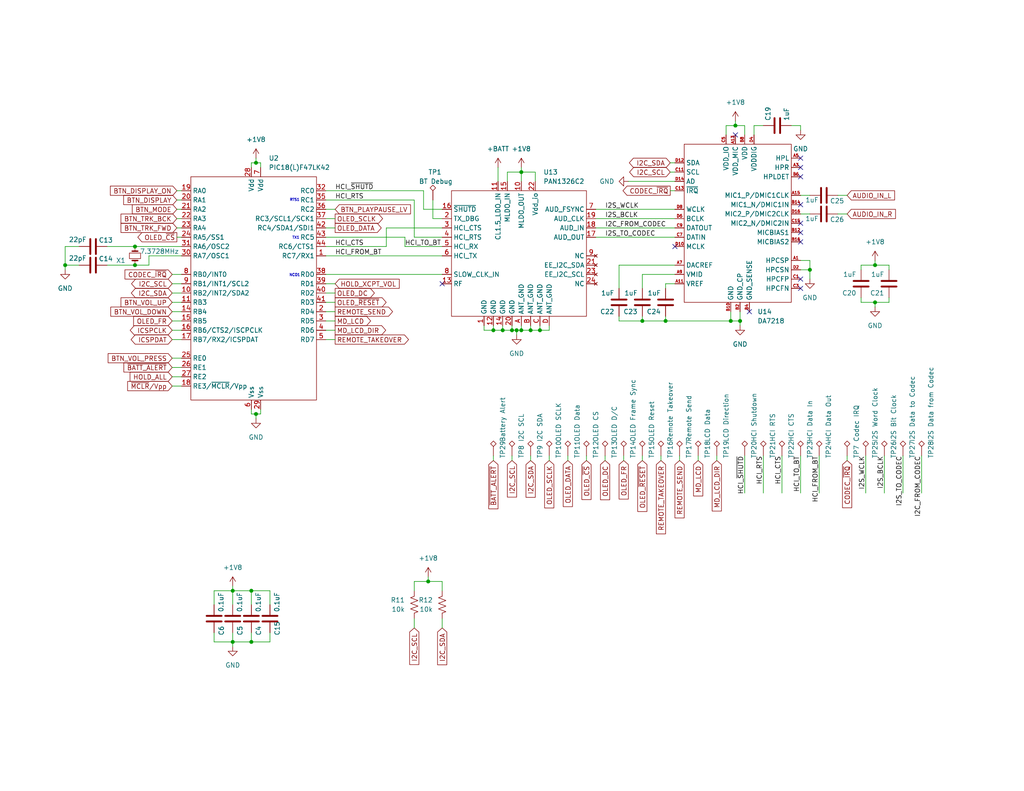
<source format=kicad_sch>
(kicad_sch (version 20230121) (generator eeschema)
  (paper "USLetter")
  (lib_symbols
    (symbol "Connector:TestPoint_Alt" (pin_numbers hide) (pin_names (offset 0.762) hide)
      (property "Reference" "TP" (at 0 6.858 0))
      (property "Value" "TestPoint_Alt" (at 0 5.08 0))
      (symbol "TestPoint_Alt_0_1"
        (polyline (pts (xy 0 2.54) (xy -0.762 3.302) (xy 0 4.064) (xy 0.762 3.302) (xy 0 2.54)))
      )
      (symbol "TestPoint_Alt_1_1"
        (pin passive line (at 0 0 90) (length 2.54) (name "1") (number "1"))
      )
    )
    (symbol "Device:C" (pin_numbers hide) (pin_names (offset 0.254))
      (property "Reference" "C" (at 0.635 2.54 0))
      (property "Value" "C" (at 0.635 -2.54 0))
      (symbol "C_0_1"
        (polyline (pts (xy -2.032 -0.762) (xy 2.032 -0.762)) (stroke (width 0.508)))
        (polyline (pts (xy -2.032 0.762) (xy 2.032 0.762)) (stroke (width 0.508)))
      )
      (symbol "C_1_1"
        (pin passive line (at 0 3.81 270) (length 2.794) (name "~") (number "1"))
        (pin passive line (at 0 -3.81 90) (length 2.794) (name "~") (number "2"))
      )
    )
    (symbol "Device:Crystal_Small" (pin_numbers hide) (pin_names (offset 1.016) hide)
      (property "Reference" "Y" (at 0 2.54 0))
      (property "Value" "Crystal_Small" (at 0 -2.54 0))
      (symbol "Crystal_Small_0_1"
        (rectangle (start -0.762 -1.524) (end 0.762 1.524))
        (polyline (pts (xy -1.27 -0.762) (xy -1.27 0.762)) (stroke (width 0.381)))
        (polyline (pts (xy 1.27 -0.762) (xy 1.27 0.762)) (stroke (width 0.381)))
      )
      (symbol "Crystal_Small_1_1"
        (pin passive line (at -2.54 0 0) (length 1.27) (name "1") (number "1"))
        (pin passive line (at 2.54 0 180) (length 1.27) (name "2") (number "2"))
      )
    )
    (symbol "Device:R_US" (pin_numbers hide) (pin_names (offset 0))
      (property "Reference" "R" (at 2.54 0 90))
      (property "Value" "R_US" (at -2.54 0 90))
      (symbol "R_US_0_1"
        (polyline (pts (xy 0 -2.286) (xy 0 -2.54)))
        (polyline (pts (xy 0 2.286) (xy 0 2.54)))
        (polyline (pts (xy 0 -0.762) (xy 1.016 -1.143) (xy 0 -1.524) (xy -1.016 -1.905) (xy 0 -2.286)))
        (polyline (pts (xy 0 0.762) (xy 1.016 0.381) (xy 0 0) (xy -1.016 -0.381) (xy 0 -0.762)))
        (polyline (pts (xy 0 2.286) (xy 1.016 1.905) (xy 0 1.524) (xy -1.016 1.143) (xy 0 0.762)))
      )
      (symbol "R_US_1_1"
        (pin passive line (at 0 3.81 270) (length 1.27) (name "~") (number "1"))
        (pin passive line (at 0 -3.81 90) (length 1.27) (name "~") (number "2"))
      )
    )
    (symbol "md-bt-remote:DA7218"
      (property "Reference" "U" (at -13.97 21.59 0))
      (property "Value" "DA7218" (at 10.16 21.59 0))
      (symbol "DA7218_0_1"
        (rectangle (start -15.24 20.32) (end 13.97 -22.86))
      )
      (symbol "DA7218_1_1"
        (pin bidirectional line (at 16.51 -11.43 180) (length 2.54) (name "HPCSP") (number "A1"))
        (pin power_out line (at -17.78 -17.78 0) (length 2.54) (name "VREF") (number "A11"))
        (pin power_in line (at -1.27 22.86 270) (length 2.54) (name "VDD_MIC") (number "A13"))
        (pin bidirectional line (at 16.51 6.35 180) (length 2.54) (name "MIC1_P/DMIC1CLK") (number "A15"))
        (pin output line (at 16.51 13.97 180) (length 2.54) (name "HPR") (number "A3"))
        (pin output line (at 16.51 16.51 180) (length 2.54) (name "HPL") (number "A5"))
        (pin power_out line (at -17.78 -12.7 0) (length 2.54) (name "DACREF") (number "A7"))
        (pin power_out line (at -17.78 -15.24 0) (length 2.54) (name "VMID") (number "A9"))
        (pin power_in line (at -2.54 -25.4 90) (length 2.54) (name "GND") (number "B10"))
        (pin output line (at 16.51 -3.81 180) (length 2.54) (name "MICBIAS1") (number "B12"))
        (pin bidirectional line (at 16.51 3.81 180) (length 2.54) (name "MIC1_N/DMIC1IN") (number "B14"))
        (pin output line (at 16.51 -6.35 180) (length 2.54) (name "MICBIAS2") (number "B16"))
        (pin power_in line (at 0 -25.4 90) (length 2.54) (name "GND_CP") (number "B2"))
        (pin input line (at 2.54 -25.4 90) (length 2.54) (name "GND_SENSE") (number "B4"))
        (pin input line (at 16.51 11.43 180) (length 2.54) (name "HPLDET") (number "B6"))
        (pin power_in line (at 1.27 22.86 270) (length 2.54) (name "VDD") (number "B8"))
        (pin bidirectional line (at 16.51 -16.51 180) (length 2.54) (name "HPCFP") (number "C1"))
        (pin bidirectional line (at -17.78 12.7 0) (length 2.54) (name "SCL") (number "C11"))
        (pin open_collector line (at -17.78 7.62 0) (length 2.54) (name "~{IRQ}") (number "C13"))
        (pin bidirectional line (at 16.51 -1.27 180) (length 2.54) (name "MIC2_N/DMIC2IN") (number "C15"))
        (pin bidirectional line (at 16.51 -19.05 180) (length 2.54) (name "HPCFN") (number "C3"))
        (pin power_in line (at -3.81 22.86 270) (length 2.54) (name "VDD_IO") (number "C5"))
        (pin input line (at -17.78 -5.08 0) (length 2.54) (name "DATIN") (number "C7"))
        (pin output line (at -17.78 -2.54 0) (length 2.54) (name "DATOUT") (number "C9"))
        (pin input line (at -17.78 -7.62 0) (length 2.54) (name "MCLK") (number "D10"))
        (pin bidirectional line (at -17.78 15.24 0) (length 2.54) (name "SDA") (number "D12"))
        (pin input line (at -17.78 10.16 0) (length 2.54) (name "AD") (number "D14"))
        (pin bidirectional line (at 16.51 1.27 180) (length 2.54) (name "MIC2_P/DMIC2CLK") (number "D16"))
        (pin bidirectional line (at 16.51 -13.97 180) (length 2.54) (name "HPCSN") (number "D2"))
        (pin power_out line (at 3.81 22.86 270) (length 2.54) (name "VDDDIG") (number "D4"))
        (pin bidirectional line (at -17.78 0 0) (length 2.54) (name "BCLK") (number "D6"))
        (pin bidirectional line (at -17.78 2.54 0) (length 2.54) (name "WCLK") (number "D8"))
      )
    )
    (symbol "md-bt-remote:PANASONIC-PAN1326C2"
      (property "Reference" "U" (at 0.2395 10.0974 0))
      (property "Value" "PAN1326C2" (at 5.08 7.62 0))
      (symbol "PANASONIC-PAN1326C2_0_1"
        (rectangle (start 2.54 5.08) (end 39.37 -29.21))
      )
      (symbol "PANASONIC-PAN1326C2_1_1"
        (pin power_in line (at 11.43 -31.75 90) (length 2.54) (name "GND") (number "1"))
        (pin power_out line (at 21.59 7.62 270) (length 2.54) (name "MLDO_OUT") (number "10"))
        (pin power_in line (at 15.24 7.62 270) (length 2.54) (name "CL1.5_LDO_IN") (number "11"))
        (pin power_in line (at 13.97 -31.75 90) (length 2.54) (name "GND") (number "12"))
        (pin bidirectional line (at 0 -20.32 0) (length 2.54) (name "RF") (number "13"))
        (pin power_in line (at 16.51 -31.75 90) (length 2.54) (name "GND") (number "14"))
        (pin power_in line (at 17.78 7.62 270) (length 2.54) (name "MLDO_IN") (number "15"))
        (pin input line (at 0 0 0) (length 2.54) (name "~{SHUTD}") (number "16"))
        (pin output line (at 41.91 -7.62 180) (length 2.54) (name "AUD_OUT") (number "17"))
        (pin input line (at 41.91 -5.08 180) (length 2.54) (name "AUD_IN") (number "18"))
        (pin bidirectional line (at 41.91 -2.54 180) (length 2.54) (name "AUD_CLK") (number "19"))
        (pin output line (at 0 -2.54 0) (length 2.54) (name "TX_DBG") (number "2"))
        (pin power_in line (at 19.05 -31.75 90) (length 2.54) (name "GND") (number "20"))
        (pin no_connect line (at 41.91 -15.24 180) (length 2.54) (name "EE_I2C_SDA") (number "21"))
        (pin power_in line (at 25.4 7.62 270) (length 2.54) (name "Vdd_io") (number "22"))
        (pin no_connect line (at 41.91 -17.78 180) (length 2.54) (name "EE_I2C_SCL") (number "23"))
        (pin no_connect line (at 41.91 -20.32 180) (length 2.54) (name "NC") (number "24"))
        (pin input line (at 0 -5.08 0) (length 2.54) (name "HCI_CTS") (number "3"))
        (pin output line (at 0 -7.62 0) (length 2.54) (name "HCI_RTS") (number "4"))
        (pin input line (at 0 -10.16 0) (length 2.54) (name "HCI_RX") (number "5"))
        (pin output line (at 0 -12.7 0) (length 2.54) (name "HCI_TX") (number "6"))
        (pin bidirectional line (at 41.91 0 180) (length 2.54) (name "AUD_FSYNC") (number "7"))
        (pin input line (at 0 -17.78 0) (length 2.54) (name "SLOW_CLK_IN") (number "8"))
        (pin no_connect line (at 41.91 -12.7 180) (length 2.54) (name "NC") (number "9"))
        (pin power_in line (at 21.59 -31.75 90) (length 2.54) (name "ANT_GND") (number "A"))
        (pin power_in line (at 24.13 -31.75 90) (length 2.54) (name "ANT_GND") (number "B"))
        (pin power_in line (at 26.67 -31.75 90) (length 2.54) (name "ANT_GND") (number "C"))
        (pin power_in line (at 29.21 -31.75 90) (length 2.54) (name "ANT_GND") (number "D"))
      )
    )
    (symbol "md-bt-remote:PIC18(L)F47LK42"
      (property "Reference" "U" (at 22.86 6.35 0))
      (property "Value" "PIC18(L)F47LK42" (at 30.48 3.81 0))
      (symbol "PIC18(L)F47LK42_0_1"
        (rectangle (start 0 2.54) (end 34.29 -58.42))
      )
      (symbol "PIC18(L)F47LK42_1_1"
        (pin bidirectional line (at 36.83 -19.05 180) (length 2.54) (name "RC7/RX1") (number "1"))
        (pin bidirectional line (at -2.54 -29.21 0) (length 2.54) (name "RB2/INT2/SDA2") (number "10"))
        (pin bidirectional line (at -2.54 -31.75 0) (length 2.54) (name "RB3") (number "11"))
        (pin bidirectional line (at -2.54 -34.29 0) (length 2.54) (name "RB4") (number "14"))
        (pin bidirectional line (at -2.54 -36.83 0) (length 2.54) (name "RB5") (number "15"))
        (pin bidirectional line (at -2.54 -39.37 0) (length 2.54) (name "RB6/CTS2/ISCPCLK") (number "16"))
        (pin bidirectional line (at -2.54 -41.91 0) (length 2.54) (name "RB7/RX2/ICSPDAT") (number "17"))
        (pin bidirectional line (at -2.54 -54.61 0) (length 2.54) (name "RE3/~{MCLR}/Vpp") (number "18"))
        (pin bidirectional line (at -2.54 -1.27 0) (length 2.54) (name "RA0") (number "19"))
        (pin bidirectional line (at 36.83 -34.29 180) (length 2.54) (name "RD4") (number "2"))
        (pin bidirectional line (at -2.54 -3.81 0) (length 2.54) (name "RA1") (number "20"))
        (pin bidirectional line (at -2.54 -6.35 0) (length 2.54) (name "RA2") (number "21"))
        (pin bidirectional line (at -2.54 -8.89 0) (length 2.54) (name "RA3") (number "22"))
        (pin bidirectional line (at -2.54 -11.43 0) (length 2.54) (name "RA4") (number "23"))
        (pin bidirectional line (at -2.54 -13.97 0) (length 2.54) (name "RA5/SS1") (number "24"))
        (pin bidirectional line (at -2.54 -46.99 0) (length 2.54) (name "RE0") (number "25"))
        (pin bidirectional line (at -2.54 -49.53 0) (length 2.54) (name "RE1") (number "26"))
        (pin bidirectional line (at -2.54 -52.07 0) (length 2.54) (name "RE2") (number "27"))
        (pin power_in line (at 16.51 5.08 270) (length 2.54) (name "Vdd") (number "28"))
        (pin power_in line (at 19.05 -60.96 90) (length 2.54) (name "Vss") (number "29"))
        (pin bidirectional line (at 36.83 -36.83 180) (length 2.54) (name "RD5") (number "3"))
        (pin bidirectional line (at -2.54 -19.05 0) (length 2.54) (name "RA7/OSC1") (number "30"))
        (pin bidirectional line (at -2.54 -16.51 0) (length 2.54) (name "RA6/OSC2") (number "31"))
        (pin bidirectional line (at 36.83 -1.27 180) (length 2.54) (name "RC0") (number "32"))
        (pin bidirectional line (at 36.83 -3.81 180) (length 2.54) (name "RC1") (number "35"))
        (pin bidirectional line (at 36.83 -6.35 180) (length 2.54) (name "RC2") (number "36"))
        (pin bidirectional line (at 36.83 -8.89 180) (length 2.54) (name "RC3/SCL1/SCK1") (number "37"))
        (pin bidirectional line (at 36.83 -24.13 180) (length 2.54) (name "RD0") (number "38"))
        (pin bidirectional line (at 36.83 -26.67 180) (length 2.54) (name "RD1") (number "39"))
        (pin bidirectional line (at 36.83 -39.37 180) (length 2.54) (name "RD6") (number "4"))
        (pin bidirectional line (at 36.83 -29.21 180) (length 2.54) (name "RD2") (number "40"))
        (pin bidirectional line (at 36.83 -31.75 180) (length 2.54) (name "RD3") (number "41"))
        (pin bidirectional line (at 36.83 -11.43 180) (length 2.54) (name "RC4/SDA1/SDI1") (number "42"))
        (pin bidirectional line (at 36.83 -13.97 180) (length 2.54) (name "RC5") (number "43"))
        (pin bidirectional line (at 36.83 -16.51 180) (length 2.54) (name "RC6/CTS1") (number "44"))
        (pin bidirectional line (at 36.83 -41.91 180) (length 2.54) (name "RD7") (number "5"))
        (pin power_in line (at 16.51 -60.96 90) (length 2.54) (name "Vss") (number "6"))
        (pin power_in line (at 19.05 5.08 270) (length 2.54) (name "Vdd") (number "7"))
        (pin bidirectional line (at -2.54 -24.13 0) (length 2.54) (name "RB0/INT0") (number "8"))
        (pin bidirectional line (at -2.54 -26.67 0) (length 2.54) (name "RB1/INT1/SCL2") (number "9"))
      )
    )
    (symbol "power:+1V8" (power) (pin_names (offset 0))
      (property "Value" "+1V8" (at 0 3.556 0))
      (symbol "+1V8_0_1"
        (polyline (pts (xy -0.762 1.27) (xy 0 2.54)))
        (polyline (pts (xy 0 0) (xy 0 2.54)))
        (polyline (pts (xy 0 2.54) (xy 0.762 1.27)))
      )
      (symbol "+1V8_1_1"
        (pin power_in line (at 0 0 90) (length 0) hide (name "+1V8") (number "1"))
      )
    )
    (symbol "power:+BATT" (power) (pin_names (offset 0))
      (property "Value" "+BATT" (at 0 3.556 0))
      (symbol "+BATT_0_1"
        (polyline (pts (xy -0.762 1.27) (xy 0 2.54)))
        (polyline (pts (xy 0 0) (xy 0 2.54)))
        (polyline (pts (xy 0 2.54) (xy 0.762 1.27)))
      )
      (symbol "+BATT_1_1"
        (pin power_in line (at 0 0 90) (length 0) hide (name "+BATT") (number "1"))
      )
    )
    (symbol "power:GND" (power) (pin_names (offset 0))
      (property "Value" "GND" (at 0 -3.81 0))
      (symbol "GND_0_1"
        (polyline (pts (xy 0 0) (xy 0 -1.27) (xy 1.27 -1.27) (xy 0 -2.54) (xy -1.27 -1.27) (xy 0 -1.27)))
      )
      (symbol "GND_1_1"
        (pin power_in line (at 0 0 270) (length 0) hide (name "GND") (number "1"))
      )
    )
  )
  (junction (at 17.78 72.39))
  (junction (at 147.32 90.17))
  (junction (at 68.58 175.26))
  (junction (at 36.83 72.39))
  (junction (at 63.5 175.26))
  (junction (at 201.93 87.63))
  (junction (at 139.7 90.17))
  (junction (at 200.66 34.29))
  (junction (at 69.85 113.03))
  (junction (at 140.97 90.17))
  (junction (at 63.5 161.29))
  (junction (at 142.24 90.17))
  (junction (at 181.61 87.63))
  (junction (at 137.16 90.17))
  (junction (at 238.76 72.39))
  (junction (at 220.98 73.66))
  (junction (at 238.76 82.55))
  (junction (at 116.84 158.75))
  (junction (at 175.26 87.63))
  (junction (at 68.58 161.29))
  (junction (at 36.83 67.31))
  (junction (at 142.24 46.99))
  (junction (at 134.62 90.17))
  (junction (at 144.78 90.17))
  (junction (at 69.85 44.45))
  (junction (at 199.39 87.63))
  (no_connect (at 218.44 78.74))
  (no_connect (at 218.44 63.5))
  (no_connect (at 218.44 60.96))
  (no_connect (at 218.44 43.18))
  (no_connect (at 218.44 45.72))
  (no_connect (at 120.65 77.47))
  (no_connect (at 218.44 55.88))
  (no_connect (at 218.44 48.26))
  (no_connect (at 218.44 76.2))
  (no_connect (at 204.47 85.09))
  (no_connect (at 184.15 67.31))
  (no_connect (at 218.44 66.04))
  (no_connect (at 200.66 36.83))
  (wire (pts (xy 144.78 125.73) (xy 144.78 124.46)))
  (wire (pts (xy 203.2 124.46) (xy 203.2 134.62)))
  (wire (pts (xy 88.9 57.15) (xy 91.44 57.15)))
  (wire (pts (xy 200.66 34.29) (xy 200.66 33.02)))
  (wire (pts (xy 175.26 87.63) (xy 181.61 87.63)))
  (wire (pts (xy 205.74 34.29) (xy 205.74 36.83)))
  (wire (pts (xy 68.58 175.26) (xy 68.58 172.72)))
  (wire (pts (xy 68.58 175.26) (xy 73.66 175.26)))
  (wire (pts (xy 242.57 72.39) (xy 242.57 73.66)))
  (wire (pts (xy 73.66 161.29) (xy 73.66 165.1)))
  (wire (pts (xy 149.86 125.73) (xy 149.86 124.46)))
  (wire (pts (xy 17.78 72.39) (xy 17.78 73.66)))
  (wire (pts (xy 181.61 86.36) (xy 181.61 87.63)))
  (wire (pts (xy 110.49 67.31) (xy 120.65 67.31)))
  (wire (pts (xy 46.99 92.71) (xy 49.53 92.71)))
  (wire (pts (xy 49.53 57.15) (xy 48.26 57.15)))
  (wire (pts (xy 182.88 44.45) (xy 184.15 44.45)))
  (wire (pts (xy 140.97 90.17) (xy 140.97 91.44)))
  (wire (pts (xy 137.16 90.17) (xy 139.7 90.17)))
  (wire (pts (xy 88.9 74.93) (xy 120.65 74.93)))
  (wire (pts (xy 238.76 82.55) (xy 238.76 83.82)))
  (wire (pts (xy 40.64 69.85) (xy 49.53 69.85)))
  (wire (pts (xy 181.61 77.47) (xy 184.15 77.47)))
  (wire (pts (xy 40.64 72.39) (xy 40.64 69.85)))
  (wire (pts (xy 142.24 45.72) (xy 142.24 46.99)))
  (wire (pts (xy 160.02 125.73) (xy 160.02 124.46)))
  (wire (pts (xy 146.05 49.53) (xy 146.05 46.99)))
  (wire (pts (xy 198.12 34.29) (xy 200.66 34.29)))
  (wire (pts (xy 91.44 80.01) (xy 88.9 80.01)))
  (wire (pts (xy 238.76 72.39) (xy 242.57 72.39)))
  (wire (pts (xy 199.39 87.63) (xy 181.61 87.63)))
  (wire (pts (xy 69.85 44.45) (xy 71.12 44.45)))
  (wire (pts (xy 234.95 81.28) (xy 234.95 82.55)))
  (wire (pts (xy 46.99 102.87) (xy 49.53 102.87)))
  (wire (pts (xy 146.05 46.99) (xy 142.24 46.99)))
  (wire (pts (xy 238.76 82.55) (xy 242.57 82.55)))
  (wire (pts (xy 63.5 172.72) (xy 63.5 175.26)))
  (wire (pts (xy 144.78 90.17) (xy 147.32 90.17)))
  (wire (pts (xy 147.32 90.17) (xy 149.86 90.17)))
  (wire (pts (xy 91.44 82.55) (xy 88.9 82.55)))
  (wire (pts (xy 68.58 111.76) (xy 68.58 113.03)))
  (wire (pts (xy 120.65 168.91) (xy 120.65 171.45)))
  (wire (pts (xy 168.91 87.63) (xy 168.91 86.36)))
  (wire (pts (xy 49.53 82.55) (xy 46.99 82.55)))
  (wire (pts (xy 139.7 88.9) (xy 139.7 90.17)))
  (wire (pts (xy 68.58 113.03) (xy 69.85 113.03)))
  (wire (pts (xy 175.26 87.63) (xy 168.91 87.63)))
  (wire (pts (xy 46.99 87.63) (xy 49.53 87.63)))
  (wire (pts (xy 46.99 80.01) (xy 49.53 80.01)))
  (wire (pts (xy 134.62 90.17) (xy 137.16 90.17)))
  (wire (pts (xy 88.9 77.47) (xy 91.44 77.47)))
  (wire (pts (xy 115.57 52.07) (xy 88.9 52.07)))
  (wire (pts (xy 149.86 90.17) (xy 149.86 88.9)))
  (wire (pts (xy 234.95 82.55) (xy 238.76 82.55)))
  (wire (pts (xy 236.22 124.46) (xy 236.22 134.62)))
  (wire (pts (xy 58.42 175.26) (xy 63.5 175.26)))
  (wire (pts (xy 234.95 73.66) (xy 234.95 72.39)))
  (wire (pts (xy 49.53 85.09) (xy 46.99 85.09)))
  (wire (pts (xy 88.9 54.61) (xy 113.03 54.61)))
  (wire (pts (xy 168.91 72.39) (xy 168.91 78.74)))
  (wire (pts (xy 49.53 54.61) (xy 48.26 54.61)))
  (wire (pts (xy 218.44 34.29) (xy 218.44 35.56)))
  (wire (pts (xy 58.42 161.29) (xy 63.5 161.29)))
  (wire (pts (xy 113.03 158.75) (xy 116.84 158.75)))
  (wire (pts (xy 195.58 125.73) (xy 195.58 124.46)))
  (wire (pts (xy 48.26 62.23) (xy 49.53 62.23)))
  (wire (pts (xy 228.6 58.42) (xy 231.14 58.42)))
  (wire (pts (xy 91.44 92.71) (xy 88.9 92.71)))
  (wire (pts (xy 134.62 88.9) (xy 134.62 90.17)))
  (wire (pts (xy 231.14 124.46) (xy 231.14 125.73)))
  (wire (pts (xy 63.5 160.02) (xy 63.5 161.29)))
  (wire (pts (xy 134.62 124.46) (xy 134.62 125.73)))
  (wire (pts (xy 220.98 71.12) (xy 220.98 73.66)))
  (wire (pts (xy 71.12 113.03) (xy 71.12 111.76)))
  (wire (pts (xy 220.98 73.66) (xy 220.98 76.2)))
  (wire (pts (xy 218.44 58.42) (xy 220.98 58.42)))
  (wire (pts (xy 88.9 64.77) (xy 110.49 64.77)))
  (wire (pts (xy 208.28 124.46) (xy 208.28 134.62)))
  (wire (pts (xy 17.78 67.31) (xy 17.78 72.39)))
  (wire (pts (xy 171.45 49.53) (xy 184.15 49.53)))
  (wire (pts (xy 88.9 69.85) (xy 120.65 69.85)))
  (wire (pts (xy 63.5 161.29) (xy 68.58 161.29)))
  (wire (pts (xy 142.24 88.9) (xy 142.24 90.17)))
  (wire (pts (xy 49.53 52.07) (xy 48.26 52.07)))
  (wire (pts (xy 63.5 175.26) (xy 63.5 176.53)))
  (wire (pts (xy 116.84 157.48) (xy 116.84 158.75)))
  (wire (pts (xy 162.56 62.23) (xy 184.15 62.23)))
  (wire (pts (xy 162.56 57.15) (xy 184.15 57.15)))
  (wire (pts (xy 21.59 67.31) (xy 17.78 67.31)))
  (wire (pts (xy 113.03 64.77) (xy 120.65 64.77)))
  (wire (pts (xy 120.65 59.69) (xy 118.11 59.69)))
  (wire (pts (xy 170.18 125.73) (xy 170.18 124.46)))
  (wire (pts (xy 17.78 72.39) (xy 21.59 72.39)))
  (wire (pts (xy 140.97 90.17) (xy 142.24 90.17)))
  (wire (pts (xy 68.58 161.29) (xy 73.66 161.29)))
  (wire (pts (xy 113.03 54.61) (xy 113.03 64.77)))
  (wire (pts (xy 135.89 49.53) (xy 135.89 45.72)))
  (wire (pts (xy 165.1 125.73) (xy 165.1 124.46)))
  (wire (pts (xy 58.42 161.29) (xy 58.42 165.1)))
  (wire (pts (xy 246.38 124.46) (xy 246.38 134.62)))
  (wire (pts (xy 218.44 124.46) (xy 218.44 134.62)))
  (wire (pts (xy 46.99 74.93) (xy 49.53 74.93)))
  (wire (pts (xy 218.44 53.34) (xy 220.98 53.34)))
  (wire (pts (xy 105.41 62.23) (xy 105.41 67.31)))
  (wire (pts (xy 147.32 88.9) (xy 147.32 90.17)))
  (wire (pts (xy 162.56 64.77) (xy 184.15 64.77)))
  (wire (pts (xy 116.84 158.75) (xy 120.65 158.75)))
  (wire (pts (xy 46.99 105.41) (xy 49.53 105.41)))
  (wire (pts (xy 238.76 71.12) (xy 238.76 72.39)))
  (wire (pts (xy 58.42 172.72) (xy 58.42 175.26)))
  (wire (pts (xy 46.99 97.79) (xy 49.53 97.79)))
  (wire (pts (xy 168.91 72.39) (xy 184.15 72.39)))
  (wire (pts (xy 132.08 88.9) (xy 132.08 90.17)))
  (wire (pts (xy 142.24 46.99) (xy 142.24 49.53)))
  (wire (pts (xy 190.5 125.73) (xy 190.5 124.46)))
  (wire (pts (xy 88.9 59.69) (xy 91.44 59.69)))
  (wire (pts (xy 182.88 52.07) (xy 184.15 52.07)))
  (wire (pts (xy 110.49 67.31) (xy 110.49 64.77)))
  (wire (pts (xy 180.34 125.73) (xy 180.34 124.46)))
  (wire (pts (xy 69.85 43.18) (xy 69.85 44.45)))
  (wire (pts (xy 105.41 67.31) (xy 88.9 67.31)))
  (wire (pts (xy 139.7 125.73) (xy 139.7 124.46)))
  (wire (pts (xy 113.03 161.29) (xy 113.03 158.75)))
  (wire (pts (xy 137.16 88.9) (xy 137.16 90.17)))
  (wire (pts (xy 228.6 53.34) (xy 231.14 53.34)))
  (wire (pts (xy 234.95 72.39) (xy 238.76 72.39)))
  (wire (pts (xy 251.46 124.46) (xy 251.46 134.62)))
  (wire (pts (xy 68.58 161.29) (xy 68.58 165.1)))
  (wire (pts (xy 138.43 49.53) (xy 138.43 46.99)))
  (wire (pts (xy 213.36 124.46) (xy 213.36 134.62)))
  (wire (pts (xy 175.26 74.93) (xy 184.15 74.93)))
  (wire (pts (xy 63.5 175.26) (xy 68.58 175.26)))
  (wire (pts (xy 218.44 73.66) (xy 220.98 73.66)))
  (wire (pts (xy 142.24 90.17) (xy 144.78 90.17)))
  (wire (pts (xy 162.56 59.69) (xy 184.15 59.69)))
  (wire (pts (xy 105.41 62.23) (xy 120.65 62.23)))
  (wire (pts (xy 175.26 125.73) (xy 175.26 124.46)))
  (wire (pts (xy 132.08 90.17) (xy 134.62 90.17)))
  (wire (pts (xy 73.66 175.26) (xy 73.66 172.72)))
  (wire (pts (xy 29.21 67.31) (xy 36.83 67.31)))
  (wire (pts (xy 118.11 59.69) (xy 118.11 54.61)))
  (wire (pts (xy 242.57 82.55) (xy 242.57 81.28)))
  (wire (pts (xy 36.83 72.39) (xy 40.64 72.39)))
  (wire (pts (xy 68.58 45.72) (xy 68.58 44.45)))
  (wire (pts (xy 49.53 67.31) (xy 36.83 67.31)))
  (wire (pts (xy 69.85 113.03) (xy 69.85 114.3)))
  (wire (pts (xy 88.9 62.23) (xy 91.44 62.23)))
  (wire (pts (xy 201.93 87.63) (xy 201.93 88.9)))
  (wire (pts (xy 199.39 87.63) (xy 201.93 87.63)))
  (wire (pts (xy 203.2 34.29) (xy 200.66 34.29)))
  (wire (pts (xy 138.43 46.99) (xy 142.24 46.99)))
  (wire (pts (xy 208.28 34.29) (xy 205.74 34.29)))
  (wire (pts (xy 198.12 36.83) (xy 198.12 34.29)))
  (wire (pts (xy 91.44 90.17) (xy 88.9 90.17)))
  (wire (pts (xy 91.44 87.63) (xy 88.9 87.63)))
  (wire (pts (xy 201.93 85.09) (xy 201.93 87.63)))
  (wire (pts (xy 185.42 125.73) (xy 185.42 124.46)))
  (wire (pts (xy 241.3 124.46) (xy 241.3 134.62)))
  (wire (pts (xy 113.03 168.91) (xy 113.03 171.45)))
  (wire (pts (xy 223.52 124.46) (xy 223.52 134.62)))
  (wire (pts (xy 48.26 64.77) (xy 49.53 64.77)))
  (wire (pts (xy 63.5 161.29) (xy 63.5 165.1)))
  (wire (pts (xy 203.2 36.83) (xy 203.2 34.29)))
  (wire (pts (xy 181.61 77.47) (xy 181.61 78.74)))
  (wire (pts (xy 182.88 46.99) (xy 184.15 46.99)))
  (wire (pts (xy 139.7 90.17) (xy 140.97 90.17)))
  (wire (pts (xy 69.85 113.03) (xy 71.12 113.03)))
  (wire (pts (xy 49.53 59.69) (xy 48.26 59.69)))
  (wire (pts (xy 68.58 44.45) (xy 69.85 44.45)))
  (wire (pts (xy 154.94 125.73) (xy 154.94 124.46)))
  (wire (pts (xy 218.44 71.12) (xy 220.98 71.12)))
  (wire (pts (xy 88.9 85.09) (xy 91.44 85.09)))
  (wire (pts (xy 46.99 100.33) (xy 49.53 100.33)))
  (wire (pts (xy 218.44 34.29) (xy 215.9 34.29)))
  (wire (pts (xy 115.57 57.15) (xy 115.57 52.07)))
  (wire (pts (xy 144.78 88.9) (xy 144.78 90.17)))
  (wire (pts (xy 46.99 77.47) (xy 49.53 77.47)))
  (wire (pts (xy 120.65 158.75) (xy 120.65 161.29)))
  (wire (pts (xy 175.26 78.74) (xy 175.26 74.93)))
  (wire (pts (xy 120.65 57.15) (xy 115.57 57.15)))
  (wire (pts (xy 175.26 86.36) (xy 175.26 87.63)))
  (wire (pts (xy 46.99 90.17) (xy 49.53 90.17)))
  (wire (pts (xy 199.39 85.09) (xy 199.39 87.63)))
  (wire (pts (xy 71.12 45.72) (xy 71.12 44.45)))
  (wire (pts (xy 29.21 72.39) (xy 36.83 72.39)))
  (text "RTS1" (at 79.0124 55.1334 0) (effects (font (size 0.7 0.7)) (justify left bottom)))
  (text "NCO1" (at 78.9002 75.6644 0) (effects (font (size 0.7 0.7)) (justify left bottom)))
  (text "TX1" (at 79.6856 65.455 0) (effects (font (size 0.7 0.7)) (justify left bottom)))
  (label "I2S_WCLK" (at 236.22 124.46 270))
  (label "I2C_FROM_CODEC" (at 251.46 124.46 270))
  (label "HCI_RTS" (at 91.44 54.61 0))
  (label "HCI_~{SHUTD}" (at 91.44 52.07 0))
  (label "I2S_BCLK" (at 241.3 124.46 270))
  (label "I2S_WCLK" (at 165.1 57.15 0))
  (label "HCI_TO_BT" (at 110.49 67.31 0))
  (label "I2S_TO_CODEC" (at 165.1 64.77 0))
  (label "I2S_TO_CODEC" (at 246.38 124.46 270))
  (label "HCI_TO_BT" (at 218.44 124.46 270))
  (label "HCI_CTS" (at 213.36 124.46 270))
  (label "HCI_CTS" (at 91.44 67.31 0))
  (label "HCI_FROM_BT" (at 91.44 69.85 0))
  (label "HCI_FROM_BT" (at 223.52 124.46 270))
  (label "HCI_~{SHUTD}" (at 203.2 124.46 270))
  (label "HCI_RTS" (at 208.28 124.46 270))
  (label "I2S_BCLK" (at 165.1 59.69 0))
  (label "I2C_FROM_CODEC" (at 165.1 62.23 0))
  (global_label "OLED_DC" (shape input) (at 165.1 125.73 270) (property "Intersheetrefs" "${INTERSHEET_REFS}" (effects hide)))
  (global_label "OLED_DATA" (shape output) (at 91.44 62.23 0) (property "Intersheetrefs" "${INTERSHEET_REFS}" (effects hide)))
  (global_label "I2C_SDA" (shape bidirectional) (at 46.99 80.01 180) (property "Intersheetrefs" "${INTERSHEET_REFS}" (effects hide)))
  (global_label "I2C_SDA" (shape bidirectional) (at 182.88 44.45 180) (property "Intersheetrefs" "${INTERSHEET_REFS}" (effects hide)))
  (global_label "MD_LCD_DIR" (shape output) (at 91.44 90.17 0) (property "Intersheetrefs" "${INTERSHEET_REFS}" (effects hide)))
  (global_label "BTN_TRK_FWD" (shape input) (at 48.26 62.23 180) (property "Intersheetrefs" "${INTERSHEET_REFS}" (effects hide)))
  (global_label "BTN_VOL_PRESS" (shape input) (at 46.99 97.79 180) (property "Intersheetrefs" "${INTERSHEET_REFS}" (effects hide)))
  (global_label "CODEC_~{IRQ}" (shape input) (at 46.99 74.93 180) (property "Intersheetrefs" "${INTERSHEET_REFS}" (effects hide)))
  (global_label "I2C_SDA" (shape input) (at 120.65 171.45 270) (property "Intersheetrefs" "${INTERSHEET_REFS}" (effects hide)))
  (global_label "BTN_PLAYPAUSE_LV" (shape input) (at 91.44 57.15 0) (property "Intersheetrefs" "${INTERSHEET_REFS}" (effects hide)))
  (global_label "CODEC_~{IRQ}" (shape output) (at 182.88 52.07 180) (property "Intersheetrefs" "${INTERSHEET_REFS}" (effects hide)))
  (global_label "~{BATT_ALERT}" (shape input) (at 134.62 125.73 270) (property "Intersheetrefs" "${INTERSHEET_REFS}" (effects hide)))
  (global_label "I2C_SCL" (shape input) (at 113.03 171.45 270) (property "Intersheetrefs" "${INTERSHEET_REFS}" (effects hide)))
  (global_label "I2C_SCL" (shape bidirectional) (at 182.88 46.99 180) (property "Intersheetrefs" "${INTERSHEET_REFS}" (effects hide)))
  (global_label "REMOTE_TAKEOVER" (shape output) (at 91.44 92.71 0) (property "Intersheetrefs" "${INTERSHEET_REFS}" (effects hide)))
  (global_label "MD_LCD_DIR" (shape input) (at 195.58 125.73 270) (property "Intersheetrefs" "${INTERSHEET_REFS}" (effects hide)))
  (global_label "OLED_~{CS}" (shape output) (at 48.26 64.77 180) (property "Intersheetrefs" "${INTERSHEET_REFS}" (effects hide)))
  (global_label "OLED_~{RESET}" (shape input) (at 175.26 125.73 270) (property "Intersheetrefs" "${INTERSHEET_REFS}" (effects hide)))
  (global_label "CODEC_~{IRQ}" (shape input) (at 231.14 125.73 270) (property "Intersheetrefs" "${INTERSHEET_REFS}" (effects hide)))
  (global_label "REMOTE_TAKEOVER" (shape input) (at 180.34 125.73 270) (property "Intersheetrefs" "${INTERSHEET_REFS}" (effects hide)))
  (global_label "AUDIO_IN_L" (shape input) (at 231.14 53.34 0) (property "Intersheetrefs" "${INTERSHEET_REFS}" (effects hide)))
  (global_label "OLED_SCLK" (shape input) (at 149.86 125.73 270) (property "Intersheetrefs" "${INTERSHEET_REFS}" (effects hide)))
  (global_label "BTN_TRK_BCK" (shape input) (at 48.26 59.69 180) (property "Intersheetrefs" "${INTERSHEET_REFS}" (effects hide)))
  (global_label "MD_LCD" (shape input) (at 190.5 125.73 270) (property "Intersheetrefs" "${INTERSHEET_REFS}" (effects hide)))
  (global_label "I2C_SCL" (shape bidirectional) (at 46.99 77.47 180) (property "Intersheetrefs" "${INTERSHEET_REFS}" (effects hide)))
  (global_label "OLED_DC" (shape output) (at 91.44 80.01 0) (property "Intersheetrefs" "${INTERSHEET_REFS}" (effects hide)))
  (global_label "OLED_DATA" (shape input) (at 154.94 125.73 270) (property "Intersheetrefs" "${INTERSHEET_REFS}" (effects hide)))
  (global_label "BTN_VOL_UP" (shape input) (at 46.99 82.55 180) (property "Intersheetrefs" "${INTERSHEET_REFS}" (effects hide)))
  (global_label "BTN_DISPLAY" (shape input) (at 48.26 54.61 180) (property "Intersheetrefs" "${INTERSHEET_REFS}" (effects hide)))
  (global_label "HOLD_ALL" (shape input) (at 46.99 102.87 180) (property "Intersheetrefs" "${INTERSHEET_REFS}" (effects hide)))
  (global_label "OLED_SCLK" (shape output) (at 91.44 59.69 0) (property "Intersheetrefs" "${INTERSHEET_REFS}" (effects hide)))
  (global_label "REMOTE_SEND" (shape input) (at 185.42 125.73 270) (property "Intersheetrefs" "${INTERSHEET_REFS}" (effects hide)))
  (global_label "MD_LCD" (shape output) (at 91.44 87.63 0) (property "Intersheetrefs" "${INTERSHEET_REFS}" (effects hide)))
  (global_label "BTN_MODE" (shape input) (at 48.26 57.15 180) (property "Intersheetrefs" "${INTERSHEET_REFS}" (effects hide)))
  (global_label "OLED_~{CS}" (shape input) (at 160.02 125.73 270) (property "Intersheetrefs" "${INTERSHEET_REFS}" (effects hide)))
  (global_label "BTN_DISPLAY_ON" (shape input) (at 48.26 52.07 180) (property "Intersheetrefs" "${INTERSHEET_REFS}" (effects hide)))
  (global_label "HOLD_XCPT_VOL" (shape input) (at 91.44 77.47 0) (property "Intersheetrefs" "${INTERSHEET_REFS}" (effects hide)))
  (global_label "I2C_SDA" (shape input) (at 144.78 125.73 270) (property "Intersheetrefs" "${INTERSHEET_REFS}" (effects hide)))
  (global_label "OLED_FR" (shape input) (at 170.18 125.73 270) (property "Intersheetrefs" "${INTERSHEET_REFS}" (effects hide)))
  (global_label "OLED_FR" (shape input) (at 46.99 87.63 180) (property "Intersheetrefs" "${INTERSHEET_REFS}" (effects hide)))
  (global_label "REMOTE_SEND" (shape output) (at 91.44 85.09 0) (property "Intersheetrefs" "${INTERSHEET_REFS}" (effects hide)))
  (global_label "BTN_VOL_DOWN" (shape input) (at 46.99 85.09 180) (property "Intersheetrefs" "${INTERSHEET_REFS}" (effects hide)))
  (global_label "~{MCLR}{slash}Vpp" (shape input) (at 46.99 105.41 180) (property "Intersheetrefs" "${INTERSHEET_REFS}" (effects hide)))
  (global_label "ICSPCLK" (shape bidirectional) (at 46.99 90.17 180) (property "Intersheetrefs" "${INTERSHEET_REFS}" (effects hide)))
  (global_label "~{BATT_ALERT}" (shape input) (at 46.99 100.33 180) (property "Intersheetrefs" "${INTERSHEET_REFS}" (effects hide)))
  (global_label "AUDIO_IN_R" (shape input) (at 231.14 58.42 0) (property "Intersheetrefs" "${INTERSHEET_REFS}" (effects hide)))
  (global_label "OLED_~{RESET}" (shape output) (at 91.44 82.55 0) (property "Intersheetrefs" "${INTERSHEET_REFS}" (effects hide)))
  (global_label "I2C_SCL" (shape input) (at 139.7 125.73 270) (property "Intersheetrefs" "${INTERSHEET_REFS}" (effects hide)))
  (global_label "ICSPDAT" (shape bidirectional) (at 46.99 92.71 180) (property "Intersheetrefs" "${INTERSHEET_REFS}" (effects hide)))
  (symbol (lib_id "power:GND") (at 17.78 73.66 0) (unit 1)
    (property "Reference" "#PWR032" (effects hide))
    (property "Value" "GND" (at 17.78 78.74 0))
  )
  (symbol (lib_id "power:GND") (at 171.45 49.53 270) (unit 1)
    (property "Reference" "#PWR052" (effects hide))
    (property "Value" "GND" (at 167.64 49.53 90) (effects (justify right)))
  )
  (symbol (lib_id "Connector:TestPoint_Alt") (at 246.38 124.46 0) (unit 1)
    (property "Reference" "TP27" (at 248.9244 125.1645 90) (effects (justify left)))
    (property "Value" "I2S Data to Codec" (at 248.92 120.65 90) (effects (justify left)))
    (property "Footprint" "TestPoint:TestPoint_Pad_1.5x1.5mm" (effects hide))
  )
  (symbol (lib_id "Device:R_US") (at 120.65 165.1 0) (mirror x) (unit 1)
    (property "Reference" "R12" (at 118.11 163.83 0) (effects (justify right)))
    (property "Value" "10k" (at 118.11 166.37 0) (effects (justify right)))
    (property "Footprint" "Resistor_SMD:R_0603_1608Metric" (effects hide))
  )
  (symbol (lib_id "Device:C") (at 181.61 82.55 0) (unit 1)
    (property "Reference" "C24" (at 180.34 85.09 0) (effects (justify right)))
    (property "Value" "1uF" (at 180.34 80.01 0) (effects (justify right)))
    (property "Footprint" "Capacitor_SMD:C_0402_1005Metric" (effects hide))
  )
  (symbol (lib_id "Connector:TestPoint_Alt") (at 241.3 124.46 0) (unit 1)
    (property "Reference" "TP26" (at 243.8444 125.1645 90) (effects (justify left)))
    (property "Value" "I2S Bit Clock" (at 243.84 120.65 90) (effects (justify left)))
    (property "Footprint" "TestPoint:TestPoint_Pad_1.5x1.5mm" (effects hide))
  )
  (symbol (lib_id "Connector:TestPoint_Alt") (at 231.14 124.46 0) (unit 1)
    (property "Reference" "TP7" (at 233.6844 125.1645 90) (effects (justify left)))
    (property "Value" "Codec IRQ" (at 233.68 120.65 90) (effects (justify left)))
    (property "Footprint" "TestPoint:TestPoint_Pad_1.5x1.5mm" (effects hide))
  )
  (symbol (lib_id "Connector:TestPoint_Alt") (at 160.02 124.46 0) (unit 1)
    (property "Reference" "TP12" (at 162.5644 125.1645 90) (effects (justify left)))
    (property "Value" "OLED CS" (at 162.56 120.65 90) (effects (justify left)))
    (property "Footprint" "TestPoint:TestPoint_Pad_1.5x1.5mm" (effects hide))
  )
  (symbol (lib_id "Connector:TestPoint_Alt") (at 165.1 124.46 0) (unit 1)
    (property "Reference" "TP13" (at 167.6444 125.1645 90) (effects (justify left)))
    (property "Value" "OLED D/C" (at 167.64 120.65 90) (effects (justify left)))
    (property "Footprint" "TestPoint:TestPoint_Pad_1.5x1.5mm" (effects hide))
  )
  (symbol (lib_id "Connector:TestPoint_Alt") (at 139.7 124.46 0) (unit 1)
    (property "Reference" "TP8" (at 142.2444 125.1645 90) (effects (justify left)))
    (property "Value" "I2C SCL" (at 142.24 120.65 90) (effects (justify left)))
    (property "Footprint" "TestPoint:TestPoint_Pad_1.5x1.5mm" (effects hide))
  )
  (symbol (lib_id "Device:C") (at 68.58 168.91 180) (unit 1)
    (property "Reference" "C4" (at 70.5601 173.5379 90) (effects (justify right)))
    (property "Value" "0.1uF" (at 70.476 167.143 90) (effects (justify right)))
    (property "Footprint" "Capacitor_SMD:C_0402_1005Metric" (effects hide))
  )
  (symbol (lib_id "Connector:TestPoint_Alt") (at 134.62 124.46 0) (unit 1)
    (property "Reference" "TP29" (at 137.1644 125.1645 90) (effects (justify left)))
    (property "Value" "Battery Alert" (at 137.16 120.65 90) (effects (justify left)))
    (property "Footprint" "TestPoint:TestPoint_Pad_1.5x1.5mm" (effects hide))
  )
  (symbol (lib_id "Connector:TestPoint_Alt") (at 175.26 124.46 0) (unit 1)
    (property "Reference" "TP15" (at 177.8044 125.1645 90) (effects (justify left)))
    (property "Value" "OLED Reset" (at 177.8 120.65 90) (effects (justify left)))
    (property "Footprint" "TestPoint:TestPoint_Pad_1.5x1.5mm" (effects hide))
  )
  (symbol (lib_id "Device:C") (at 63.5 168.91 180) (unit 1)
    (property "Reference" "C5" (at 65.4801 173.5379 90) (effects (justify right)))
    (property "Value" "0.1uF" (at 65.396 167.143 90) (effects (justify right)))
    (property "Footprint" "Capacitor_SMD:C_0402_1005Metric" (effects hide))
  )
  (symbol (lib_id "power:+1V8") (at 63.5 160.02 0) (unit 1)
    (property "Reference" "#PWR09" (effects hide))
    (property "Value" "+1V8" (at 63.5 154.94 0))
  )
  (symbol (lib_id "md-bt-remote:DA7218") (at 201.93 59.69 0) (unit 1)
    (property "Reference" "U14" (at 206.6641 85.09 0) (effects (justify left)))
    (property "Value" "DA7218" (at 206.6641 87.63 0) (effects (justify left)))
  )
  (symbol (lib_id "Device:C") (at 175.26 82.55 0) (unit 1)
    (property "Reference" "C23" (at 173.99 85.09 0) (effects (justify right)))
    (property "Value" "1uF" (at 173.99 80.01 0) (effects (justify right)))
    (property "Footprint" "Capacitor_SMD:C_0402_1005Metric" (effects hide))
  )
  (symbol (lib_id "Device:C") (at 25.4 72.39 270) (unit 1)
    (property "Reference" "C14" (at 30.8349 70.6442 90) (effects (justify right)))
    (property "Value" "22pF" (at 23.633 70.494 90) (effects (justify right)))
    (property "Footprint" "Capacitor_SMD:C_0402_1005Metric" (effects hide))
  )
  (symbol (lib_id "Connector:TestPoint_Alt") (at 190.5 124.46 0) (unit 1)
    (property "Reference" "TP18" (at 193.0444 125.1645 90) (effects (justify left)))
    (property "Value" "LCD Data" (at 193.04 120.65 90) (effects (justify left)))
    (property "Footprint" "TestPoint:TestPoint_Pad_1.5x1.5mm" (effects hide))
  )
  (symbol (lib_id "Connector:TestPoint_Alt") (at 208.28 124.46 0) (unit 1)
    (property "Reference" "TP21" (at 210.8244 125.1645 90) (effects (justify left)))
    (property "Value" "HCI RTS" (at 210.82 120.65 90) (effects (justify left)))
    (property "Footprint" "TestPoint:TestPoint_Pad_1.5x1.5mm" (effects hide))
  )
  (symbol (lib_id "Connector:TestPoint_Alt") (at 149.86 124.46 0) (unit 1)
    (property "Reference" "TP10" (at 152.4044 125.1645 90) (effects (justify left)))
    (property "Value" "OLED SCLK" (at 152.4 120.65 90) (effects (justify left)))
    (property "Footprint" "TestPoint:TestPoint_Pad_1.5x1.5mm" (effects hide))
  )
  (symbol (lib_id "Connector:TestPoint_Alt") (at 154.94 124.46 0) (unit 1)
    (property "Reference" "TP11" (at 157.4844 125.1645 90) (effects (justify left)))
    (property "Value" "OLED Data" (at 157.48 120.65 90) (effects (justify left)))
    (property "Footprint" "TestPoint:TestPoint_Pad_1.5x1.5mm" (effects hide))
  )
  (symbol (lib_id "power:GND") (at 63.5 176.53 0) (unit 1)
    (property "Reference" "#PWR029" (effects hide))
    (property "Value" "GND" (at 63.5 181.61 0))
  )
  (symbol (lib_id "power:+1V8") (at 200.66 33.02 0) (unit 1)
    (property "Reference" "#PWR053" (effects hide))
    (property "Value" "+1V8" (at 200.66 27.94 0))
  )
  (symbol (lib_id "power:GND") (at 140.97 91.44 0) (unit 1)
    (property "Reference" "#PWR047" (effects hide))
    (property "Value" "GND" (at 140.97 96.52 0))
  )
  (symbol (lib_id "Connector:TestPoint_Alt") (at 213.36 124.46 0) (unit 1)
    (property "Reference" "TP22" (at 215.9044 125.1645 90) (effects (justify left)))
    (property "Value" "HCI CTS" (at 215.9 120.65 90) (effects (justify left)))
    (property "Footprint" "TestPoint:TestPoint_Pad_1.5x1.5mm" (effects hide))
  )
  (symbol (lib_id "Device:C") (at 212.09 34.29 270) (unit 1)
    (property "Reference" "C19" (at 209.55 33.02 0) (effects (justify right)))
    (property "Value" "1uF" (at 214.63 33.02 0) (effects (justify right)))
    (property "Footprint" "Capacitor_SMD:C_0402_1005Metric" (effects hide))
  )
  (symbol (lib_id "Device:C") (at 25.4 67.31 270) (unit 1)
    (property "Reference" "C13" (at 30.8349 65.5642 90) (effects (justify right)))
    (property "Value" "22pF" (at 23.633 65.414 90) (effects (justify right)))
    (property "Footprint" "Capacitor_SMD:C_0402_1005Metric" (effects hide))
  )
  (symbol (lib_id "Device:Crystal_Small") (at 36.83 69.85 270) (mirror x) (unit 1)
    (property "Reference" "X1" (at 34.29 71.12 90) (effects (justify right)))
    (property "Value" "7.3728MHz" (at 48.8334 68.6264 90) (effects (justify right)))
  )
  (symbol (lib_id "power:GND") (at 238.76 83.82 0) (unit 1)
    (property "Reference" "#PWR056" (effects hide))
    (property "Value" "GND" (at 238.76 88.9 0))
  )
  (symbol (lib_id "Device:C") (at 234.95 77.47 0) (unit 1)
    (property "Reference" "C20" (at 233.68 80.01 0) (effects (justify right)))
    (property "Value" "1uF" (at 233.68 74.93 0) (effects (justify right)))
    (property "Footprint" "Capacitor_SMD:C_0402_1005Metric" (effects hide))
  )
  (symbol (lib_id "Device:C") (at 224.79 58.42 90) (unit 1)
    (property "Reference" "C26" (at 226.4492 59.9436 90) (effects (justify right)))
    (property "Value" "1uF" (at 219.71 59.69 90) (effects (justify right)))
    (property "Footprint" "Capacitor_SMD:C_0402_1005Metric" (effects hide))
  )
  (symbol (lib_id "Connector:TestPoint_Alt") (at 118.11 54.61 0) (unit 1)
    (property "Reference" "TP1" (at 116.84 46.99 0) (effects (justify left)))
    (property "Value" "BT Debug" (at 114.3 49.53 0) (effects (justify left)))
    (property "Footprint" "TestPoint:TestPoint_Pad_1.5x1.5mm" (effects hide))
  )
  (symbol (lib_id "power:GND") (at 220.98 76.2 0) (unit 1)
    (property "Reference" "#PWR051" (effects hide))
    (property "Value" "GND" (at 220.98 81.28 0))
  )
  (symbol (lib_id "Device:C") (at 224.79 53.34 90) (unit 1)
    (property "Reference" "C25" (at 226.4492 54.8636 90) (effects (justify right)))
    (property "Value" "1uF" (at 219.71 54.61 90) (effects (justify right)))
    (property "Footprint" "Capacitor_SMD:C_0402_1005Metric" (effects hide))
  )
  (symbol (lib_id "Connector:TestPoint_Alt") (at 218.44 124.46 0) (unit 1)
    (property "Reference" "TP23" (at 220.9844 125.1645 90) (effects (justify left)))
    (property "Value" "HCI Data In" (at 220.98 120.65 90) (effects (justify left)))
    (property "Footprint" "TestPoint:TestPoint_Pad_1.5x1.5mm" (effects hide))
  )
  (symbol (lib_id "md-bt-remote:PANASONIC-PAN1326C2") (at 120.65 57.15 0) (unit 1)
    (property "Reference" "U13" (at 148.2441 46.99 0) (effects (justify left)))
    (property "Value" "PAN1326C2" (at 148.2441 49.53 0) (effects (justify left)))
  )
  (symbol (lib_id "power:+BATT") (at 135.89 45.72 0) (unit 1)
    (property "Reference" "#PWR048" (effects hide))
    (property "Value" "+BATT" (at 135.89 40.64 0))
  )
  (symbol (lib_id "power:GND") (at 69.85 114.3 0) (unit 1)
    (property "Reference" "#PWR08" (effects hide))
    (property "Value" "GND" (at 69.85 119.38 0))
  )
  (symbol (lib_id "power:+1V8") (at 238.76 71.12 0) (unit 1)
    (property "Reference" "#PWR055" (effects hide))
    (property "Value" "+1V8" (at 238.76 66.04 0))
  )
  (symbol (lib_id "Connector:TestPoint_Alt") (at 170.18 124.46 0) (unit 1)
    (property "Reference" "TP14" (at 172.7244 125.1645 90) (effects (justify left)))
    (property "Value" "OLED Frame Sync" (at 172.72 120.65 90) (effects (justify left)))
    (property "Footprint" "TestPoint:TestPoint_Pad_1.5x1.5mm" (effects hide))
  )
  (symbol (lib_id "Device:C") (at 242.57 77.47 0) (unit 1)
    (property "Reference" "C21" (at 241.3 80.01 0) (effects (justify right)))
    (property "Value" "1uF" (at 241.3 74.93 0) (effects (justify right)))
    (property "Footprint" "Capacitor_SMD:C_0402_1005Metric" (effects hide))
  )
  (symbol (lib_id "md-bt-remote:PIC18(L)F47LK42") (at 52.07 50.8 0) (unit 1)
    (property "Reference" "U2" (at 73.3141 43.18 0) (effects (justify left)))
    (property "Value" "PIC18(L)F47LK42" (at 73.3141 45.72 0) (effects (justify left)))
  )
  (symbol (lib_id "power:+1V8") (at 142.24 45.72 0) (unit 1)
    (property "Reference" "#PWR049" (effects hide))
    (property "Value" "+1V8" (at 142.24 40.64 0))
  )
  (symbol (lib_id "Device:C") (at 168.91 82.55 0) (unit 1)
    (property "Reference" "C22" (at 167.64 85.09 0) (effects (justify right)))
    (property "Value" "1uF" (at 167.64 80.01 0) (effects (justify right)))
    (property "Footprint" "Capacitor_SMD:C_0402_1005Metric" (effects hide))
  )
  (symbol (lib_id "Connector:TestPoint_Alt") (at 185.42 124.46 0) (unit 1)
    (property "Reference" "TP17" (at 187.9644 125.1645 90) (effects (justify left)))
    (property "Value" "Remote Send" (at 187.96 120.65 90) (effects (justify left)))
    (property "Footprint" "TestPoint:TestPoint_Pad_1.5x1.5mm" (effects hide))
  )
  (symbol (lib_id "Connector:TestPoint_Alt") (at 180.34 124.46 0) (unit 1)
    (property "Reference" "TP16" (at 182.8844 125.1645 90) (effects (justify left)))
    (property "Value" "Remote Takeover" (at 182.88 120.65 90) (effects (justify left)))
    (property "Footprint" "TestPoint:TestPoint_Pad_1.5x1.5mm" (effects hide))
  )
  (symbol (lib_id "Device:R_US") (at 113.03 165.1 0) (mirror x) (unit 1)
    (property "Reference" "R11" (at 110.49 163.83 0) (effects (justify right)))
    (property "Value" "10k" (at 110.49 166.37 0) (effects (justify right)))
    (property "Footprint" "Resistor_SMD:R_0603_1608Metric" (effects hide))
  )
  (symbol (lib_id "power:GND") (at 218.44 35.56 0) (unit 1)
    (property "Reference" "#PWR054" (effects hide))
    (property "Value" "GND" (at 218.44 40.64 0))
  )
  (symbol (lib_id "Connector:TestPoint_Alt") (at 195.58 124.46 0) (unit 1)
    (property "Reference" "TP19" (at 198.1244 125.1645 90) (effects (justify left)))
    (property "Value" "LCD Direction" (at 198.12 120.65 90) (effects (justify left)))
    (property "Footprint" "TestPoint:TestPoint_Pad_1.5x1.5mm" (effects hide))
  )
  (symbol (lib_id "power:GND") (at 201.93 88.9 0) (unit 1)
    (property "Reference" "#PWR050" (effects hide))
    (property "Value" "GND" (at 201.93 93.98 0))
  )
  (symbol (lib_id "power:+1V8") (at 116.84 157.48 0) (unit 1)
    (property "Reference" "#PWR026" (effects hide))
    (property "Value" "+1V8" (at 116.84 152.4 0))
  )
  (symbol (lib_id "Device:C") (at 73.66 168.91 180) (unit 1)
    (property "Reference" "C15" (at 75.6401 173.5379 90) (effects (justify right)))
    (property "Value" "0.1uF" (at 75.556 167.143 90) (effects (justify right)))
    (property "Footprint" "Capacitor_SMD:C_0402_1005Metric" (effects hide))
  )
  (symbol (lib_id "Connector:TestPoint_Alt") (at 251.46 124.46 0) (unit 1)
    (property "Reference" "TP28" (at 254.0044 125.1645 90) (effects (justify left)))
    (property "Value" "I2S Data from Codec" (at 254 120.65 90) (effects (justify left)))
    (property "Footprint" "TestPoint:TestPoint_Pad_1.5x1.5mm" (effects hide))
  )
  (symbol (lib_id "Device:C") (at 58.42 168.91 180) (unit 1)
    (property "Reference" "C6" (at 60.4001 173.5379 90) (effects (justify right)))
    (property "Value" "0.1uF" (at 60.316 167.143 90) (effects (justify right)))
    (property "Footprint" "Capacitor_SMD:C_0402_1005Metric" (effects hide))
  )
  (symbol (lib_id "Connector:TestPoint_Alt") (at 203.2 124.46 0) (unit 1)
    (property "Reference" "TP20" (at 205.7444 125.1645 90) (effects (justify left)))
    (property "Value" "HCI Shutdown" (at 205.74 120.65 90) (effects (justify left)))
    (property "Footprint" "TestPoint:TestPoint_Pad_1.5x1.5mm" (effects hide))
  )
  (symbol (lib_id "Connector:TestPoint_Alt") (at 236.22 124.46 0) (unit 1)
    (property "Reference" "TP25" (at 238.7644 125.1645 90) (effects (justify left)))
    (property "Value" "I2S Word Clock" (at 238.76 120.65 90) (effects (justify left)))
    (property "Footprint" "TestPoint:TestPoint_Pad_1.5x1.5mm" (effects hide))
  )
  (symbol (lib_id "power:+1V8") (at 69.85 43.18 0) (unit 1)
    (property "Reference" "#PWR06" (effects hide))
    (property "Value" "+1V8" (at 69.85 38.1 0))
  )
  (symbol (lib_id "Connector:TestPoint_Alt") (at 144.78 124.46 0) (unit 1)
    (property "Reference" "TP9" (at 147.3244 125.1645 90) (effects (justify left)))
    (property "Value" "I2C SDA" (at 147.32 120.65 90) (effects (justify left)))
    (property "Footprint" "TestPoint:TestPoint_Pad_1.5x1.5mm" (effects hide))
  )
  (symbol (lib_id "Connector:TestPoint_Alt") (at 223.52 124.46 0) (unit 1)
    (property "Reference" "TP24" (at 226.0644 125.1645 90) (effects (justify left)))
    (property "Value" "HCI Data Out" (at 226.06 120.65 90) (effects (justify left)))
    (property "Footprint" "TestPoint:TestPoint_Pad_1.5x1.5mm" (effects hide))
  )
  (sheet (at 513.08 1.27) (size 175.26 130.81) (stroke (width 0.1524))
    (property "Sheetname" "UI" (at 513.08 0.5584 0) (effects (justify left bottom)))
    (property "Sheetfile" "bt-md-remote-ui.kicad_sch" (at 513.08 132.6646 0) (effects (justify left top)))
  )
  (sheet (at 326.39 143.51) (size 182.88 72.39) (stroke (width 0.1524))
    (property "Sheetname" "Power + Charging" (at 326.39 142.7984 0) (effects (justify left bottom)))
    (property "Sheetfile" "bt-md-remote-power.kicad_sch" (at 326.39 216.4846 0) (effects (justify left top)))
  )
  (sheet (at 327.152 0.508) (size 182.88 130.556) (stroke (width 0.1524))
    (property "Sheetname" "IO" (at 327.152 -0.2036 0) (effects (justify left bottom)))
    (property "Sheetfile" "bt-md-remote-io.kicad_sch" (at 327.152 131.6486 0) (effects (justify left top)))
  )
)
</source>
